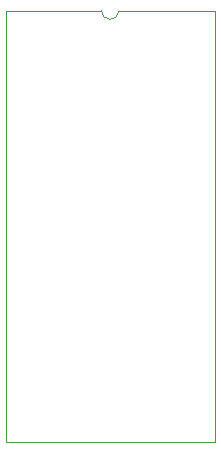
<source format=gbr>
G04 #@! TF.GenerationSoftware,KiCad,Pcbnew,(5.1.4)-1*
G04 #@! TF.CreationDate,2021-03-20T22:52:07-04:00*
G04 #@! TF.ProjectId,27C256_to_82s137,32374332-3536-45f7-946f-5f3832733133,rev?*
G04 #@! TF.SameCoordinates,Original*
G04 #@! TF.FileFunction,Profile,NP*
%FSLAX46Y46*%
G04 Gerber Fmt 4.6, Leading zero omitted, Abs format (unit mm)*
G04 Created by KiCad (PCBNEW (5.1.4)-1) date 2021-03-20 22:52:07*
%MOMM*%
%LPD*%
G04 APERTURE LIST*
%ADD10C,0.050000*%
G04 APERTURE END LIST*
D10*
X175250000Y-75500000D02*
X167080000Y-75500000D01*
X166350000Y-76230000D02*
G75*
G02X165620000Y-75500000I0J730000D01*
G01*
X167080000Y-75500000D02*
G75*
G02X166350000Y-76230000I-730000J0D01*
G01*
X157500000Y-75500000D02*
X157500000Y-112000000D01*
X165620000Y-75500000D02*
X157500000Y-75500000D01*
X175250000Y-112000000D02*
X175250000Y-75500000D01*
X157500000Y-112000000D02*
X175250000Y-112000000D01*
M02*

</source>
